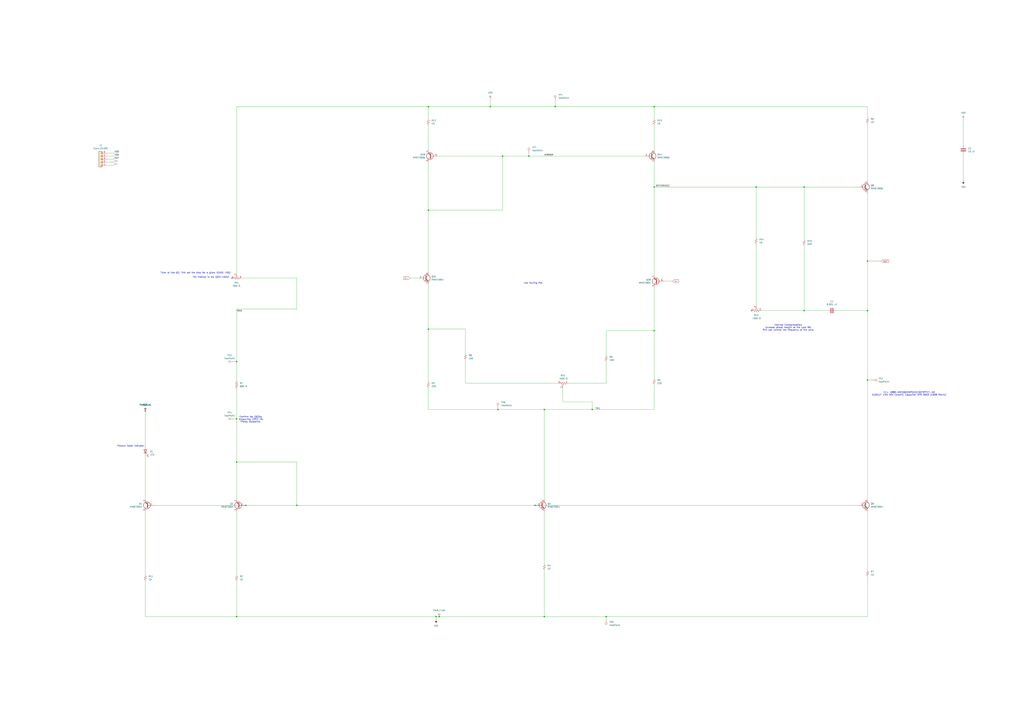
<source format=kicad_sch>
(kicad_sch (version 20231120) (generator "eeschema") (generator_version "8.0")
  (paper "A1")
  (lib_symbols
    (symbol "Connector:TestPoint" (pin_numbers hide) (pin_names (offset 0.762) hide)
      (property "Reference" "TP" (at 0 6.858 0))
      (property "Value" "TestPoint" (at 0 5.08 0))
      (symbol "TestPoint_0_1"
        (circle (center 0 3.302) (radius 0.762))
      )
      (symbol "TestPoint_1_1"
        (pin passive line (at 0 0 90) (length 2.54) (name "1") (number "1"))
      )
    )
    (symbol "Connector_Generic:Conn_01x05" (pin_names (offset 1.016) hide)
      (property "Reference" "J" (at 0 7.62 0))
      (property "Value" "Conn_01x05" (at 0 -7.62 0))
      (symbol "Conn_01x05_1_1"
        (rectangle (start -1.27 -4.953) (end 0 -5.207) (stroke (width 0.1524)))
        (rectangle (start -1.27 -2.413) (end 0 -2.667) (stroke (width 0.1524)))
        (rectangle (start -1.27 0.127) (end 0 -0.127) (stroke (width 0.1524)))
        (rectangle (start -1.27 2.667) (end 0 2.413) (stroke (width 0.1524)))
        (rectangle (start -1.27 5.207) (end 0 4.953) (stroke (width 0.1524)))
        (rectangle (start -1.27 6.35) (end 1.27 -6.35) (stroke (width 0.254)) (fill (type background)))
        (pin passive line (at -5.08 5.08 0) (length 3.81) (name "Pin_1") (number "1"))
        (pin passive line (at -5.08 2.54 0) (length 3.81) (name "Pin_2") (number "2"))
        (pin passive line (at -5.08 0 0) (length 3.81) (name "Pin_3") (number "3"))
        (pin passive line (at -5.08 -2.54 0) (length 3.81) (name "Pin_4") (number "4"))
        (pin passive line (at -5.08 -5.08 0) (length 3.81) (name "Pin_5") (number "5"))
      )
    )
    (symbol "Device:C" (pin_numbers hide) (pin_names (offset 0.254))
      (property "Reference" "C" (at 0.635 2.54 0))
      (property "Value" "C" (at 0.635 -2.54 0))
      (symbol "C_0_1"
        (polyline (pts (xy -2.032 -0.762) (xy 2.032 -0.762)) (stroke (width 0.508)))
        (polyline (pts (xy -2.032 0.762) (xy 2.032 0.762)) (stroke (width 0.508)))
      )
      (symbol "C_1_1"
        (pin passive line (at 0 3.81 270) (length 2.794) (name "~") (number "1"))
        (pin passive line (at 0 -3.81 90) (length 2.794) (name "~") (number "2"))
      )
    )
    (symbol "Device:LED" (pin_numbers hide) (pin_names (offset 1.016) hide)
      (property "Reference" "D" (at 0 2.54 0))
      (property "Value" "LED" (at 0 -2.54 0))
      (symbol "LED_0_1"
        (polyline (pts (xy -1.27 -1.27) (xy -1.27 1.27)) (stroke (width 0.254)))
        (polyline (pts (xy -1.27 0) (xy 1.27 0)))
        (polyline (pts (xy 1.27 -1.27) (xy 1.27 1.27) (xy -1.27 0) (xy 1.27 -1.27)) (stroke (width 0.254)))
        (polyline (pts (xy -3.048 -0.762) (xy -4.572 -2.286) (xy -3.81 -2.286) (xy -4.572 -2.286) (xy -4.572 -1.524)))
        (polyline (pts (xy -1.778 -0.762) (xy -3.302 -2.286) (xy -2.54 -2.286) (xy -3.302 -2.286) (xy -3.302 -1.524)))
      )
      (symbol "LED_1_1"
        (pin passive line (at -3.81 0 0) (length 2.54) (name "K") (number "1"))
        (pin passive line (at 3.81 0 180) (length 2.54) (name "A") (number "2"))
      )
    )
    (symbol "Device:R_Potentiometer_Trim_US" (pin_names (offset 1.016) hide)
      (property "Reference" "RV" (at -4.445 0 90))
      (property "Value" "R_Potentiometer_Trim_US" (at -2.54 0 90))
      (symbol "R_Potentiometer_Trim_US_0_1"
        (polyline (pts (xy 0 -2.286) (xy 0 -2.54)))
        (polyline (pts (xy 0 2.286) (xy 0 2.54)))
        (polyline (pts (xy 1.524 0.762) (xy 1.524 -0.762)))
        (polyline (pts (xy 2.54 0) (xy 1.524 0)))
        (polyline (pts (xy 0 -0.762) (xy 1.016 -1.143) (xy 0 -1.524) (xy -1.016 -1.905) (xy 0 -2.286)))
        (polyline (pts (xy 0 0.762) (xy 1.016 0.381) (xy 0 0) (xy -1.016 -0.381) (xy 0 -0.762)))
        (polyline (pts (xy 0 2.286) (xy 1.016 1.905) (xy 0 1.524) (xy -1.016 1.143) (xy 0 0.762)))
      )
      (symbol "R_Potentiometer_Trim_US_1_1"
        (pin passive line (at 0 3.81 270) (length 1.27) (name "1") (number "1"))
        (pin passive line (at 3.81 0 180) (length 1.27) (name "2") (number "2"))
        (pin passive line (at 0 -3.81 90) (length 1.27) (name "3") (number "3"))
      )
    )
    (symbol "Device:R_Small_US" (pin_numbers hide) (pin_names (offset 0.254) hide)
      (property "Reference" "R" (at 0.762 0.508 0))
      (property "Value" "R_Small_US" (at 0.762 -1.016 0))
      (symbol "R_Small_US_1_1"
        (polyline (pts (xy 0 0) (xy 1.016 -0.381) (xy 0 -0.762) (xy -1.016 -1.143) (xy 0 -1.524)))
        (polyline (pts (xy 0 1.524) (xy 1.016 1.143) (xy 0 0.762) (xy -1.016 0.381) (xy 0 0)))
        (pin passive line (at 0 2.54 270) (length 1.016) (name "~") (number "1"))
        (pin passive line (at 0 -2.54 90) (length 1.016) (name "~") (number "2"))
      )
    )
    (symbol "Device:R_US" (pin_numbers hide) (pin_names (offset 0))
      (property "Reference" "R" (at 2.54 0 90))
      (property "Value" "R_US" (at -2.54 0 90))
      (symbol "R_US_0_1"
        (polyline (pts (xy 0 -2.286) (xy 0 -2.54)))
        (polyline (pts (xy 0 2.286) (xy 0 2.54)))
        (polyline (pts (xy 0 -0.762) (xy 1.016 -1.143) (xy 0 -1.524) (xy -1.016 -1.905) (xy 0 -2.286)))
        (polyline (pts (xy 0 0.762) (xy 1.016 0.381) (xy 0 0) (xy -1.016 -0.381) (xy 0 -0.762)))
        (polyline (pts (xy 0 2.286) (xy 1.016 1.905) (xy 0 1.524) (xy -1.016 1.143) (xy 0 0.762)))
      )
      (symbol "R_US_1_1"
        (pin passive line (at 0 3.81 270) (length 1.27) (name "~") (number "1"))
        (pin passive line (at 0 -3.81 90) (length 1.27) (name "~") (number "2"))
      )
    )
    (symbol "Transistor_BJT:MMBT3904" (pin_names (offset 0) hide)
      (property "Reference" "Q" (at 5.08 1.905 0))
      (property "Value" "MMBT3904" (at 5.08 0 0))
      (symbol "MMBT3904_0_1"
        (polyline (pts (xy 0.635 0.635) (xy 2.54 2.54)))
        (polyline (pts (xy 0.635 -0.635) (xy 2.54 -2.54) (xy 2.54 -2.54)))
        (polyline (pts (xy 0.635 1.905) (xy 0.635 -1.905) (xy 0.635 -1.905)) (stroke (width 0.508)))
        (polyline (pts (xy 1.27 -1.778) (xy 1.778 -1.27) (xy 2.286 -2.286) (xy 1.27 -1.778) (xy 1.27 -1.778)) (fill (type outline)))
        (circle (center 1.27 0) (radius 2.8194) (stroke (width 0.254)))
      )
      (symbol "MMBT3904_1_1"
        (pin input line (at -5.08 0 0) (length 5.715) (name "B") (number "1"))
        (pin passive line (at 2.54 -5.08 90) (length 2.54) (name "E") (number "2"))
        (pin passive line (at 2.54 5.08 270) (length 2.54) (name "C") (number "3"))
      )
    )
    (symbol "Transistor_BJT:MMBT3906" (pin_names (offset 0) hide)
      (property "Reference" "Q" (at 5.08 1.905 0))
      (property "Value" "MMBT3906" (at 5.08 0 0))
      (symbol "MMBT3906_0_1"
        (polyline (pts (xy 0.635 0.635) (xy 2.54 2.54)))
        (polyline (pts (xy 0.635 -0.635) (xy 2.54 -2.54) (xy 2.54 -2.54)))
        (polyline (pts (xy 0.635 1.905) (xy 0.635 -1.905) (xy 0.635 -1.905)) (stroke (width 0.508)))
        (polyline (pts (xy 2.286 -1.778) (xy 1.778 -2.286) (xy 1.27 -1.27) (xy 2.286 -1.778) (xy 2.286 -1.778)) (fill (type outline)))
        (circle (center 1.27 0) (radius 2.8194) (stroke (width 0.254)))
      )
      (symbol "MMBT3906_1_1"
        (pin input line (at -5.08 0 0) (length 5.715) (name "B") (number "1"))
        (pin passive line (at 2.54 -5.08 90) (length 2.54) (name "E") (number "2"))
        (pin passive line (at 2.54 5.08 270) (length 2.54) (name "C") (number "3"))
      )
    )
    (symbol "Transistor_BJT:MMDT3904" (pin_names (offset 0) hide)
      (property "Reference" "Q" (at 5.08 1.27 0))
      (property "Value" "MMDT3904" (at 5.08 -1.27 0))
      (symbol "MMDT3904_0_1"
        (polyline (pts (xy 0.635 0) (xy -2.54 0)))
        (polyline (pts (xy 0.635 0.635) (xy 2.54 2.54)))
        (polyline (pts (xy 0.635 -0.635) (xy 2.54 -2.54) (xy 2.54 -2.54)))
        (polyline (pts (xy 0.635 1.905) (xy 0.635 -1.905) (xy 0.635 -1.905)) (stroke (width 0.508)))
        (polyline (pts (xy 1.27 -1.778) (xy 1.778 -1.27) (xy 2.286 -2.286) (xy 1.27 -1.778) (xy 1.27 -1.778)) (fill (type outline)))
        (circle (center 1.27 0) (radius 2.8194) (stroke (width 0.254)))
      )
      (symbol "MMDT3904_1_1"
        (pin passive line (at 2.54 -5.08 90) (length 2.54) (name "E1") (number "1"))
        (pin input line (at -5.08 0 0) (length 2.54) (name "B1") (number "2"))
        (pin passive line (at 2.54 5.08 270) (length 2.54) (name "C1") (number "6"))
      )
      (symbol "MMDT3904_2_1"
        (pin passive line (at 2.54 5.08 270) (length 2.54) (name "C2") (number "3"))
        (pin passive line (at 2.54 -5.08 90) (length 2.54) (name "E2") (number "4"))
        (pin input line (at -5.08 0 0) (length 2.54) (name "B2") (number "5"))
      )
    )
    (symbol "Transistor_BJT:MMDT3906" (pin_names (offset 0) hide)
      (property "Reference" "Q" (at 5.08 1.27 0))
      (property "Value" "MMDT3906" (at 5.08 -1.27 0))
      (symbol "MMDT3906_0_1"
        (polyline (pts (xy 0.635 0) (xy -2.54 0)))
        (polyline (pts (xy 0.635 0.635) (xy 2.54 2.54)))
        (polyline (pts (xy 0.635 -0.635) (xy 2.54 -2.54) (xy 2.54 -2.54)))
        (polyline (pts (xy 0.635 1.905) (xy 0.635 -1.905) (xy 0.635 -1.905)) (stroke (width 0.508)))
        (polyline (pts (xy 2.286 -1.778) (xy 1.778 -2.286) (xy 1.27 -1.27) (xy 2.286 -1.778) (xy 2.286 -1.778)) (fill (type outline)))
        (circle (center 1.27 0) (radius 2.8194) (stroke (width 0.254)))
      )
      (symbol "MMDT3906_1_1"
        (pin passive line (at 2.54 -5.08 90) (length 2.54) (name "E1") (number "1"))
        (pin input line (at -5.08 0 0) (length 2.54) (name "B1") (number "2"))
        (pin passive line (at 2.54 5.08 270) (length 2.54) (name "C1") (number "6"))
      )
      (symbol "MMDT3906_2_1"
        (pin passive line (at 2.54 5.08 270) (length 2.54) (name "C2") (number "3"))
        (pin passive line (at 2.54 -5.08 90) (length 2.54) (name "E2") (number "4"))
        (pin input line (at -5.08 0 0) (length 2.54) (name "B2") (number "5"))
      )
    )
    (symbol "power:PWR_FLAG" (power) (pin_numbers hide) (pin_names (offset 0) hide)
      (property "Value" "PWR_FLAG" (at 0 3.81 0))
      (symbol "PWR_FLAG_0_0"
        (pin power_out line (at 0 0 90) (length 0) (name "~") (number "1"))
      )
      (symbol "PWR_FLAG_0_1"
        (polyline (pts (xy 0 0) (xy 0 1.27) (xy -1.016 1.905) (xy 0 2.54) (xy 1.016 1.905) (xy 0 1.27)))
      )
    )
    (symbol "power:VDD" (power) (pin_numbers hide) (pin_names (offset 0) hide)
      (property "Value" "VDD" (at 0 3.556 0))
      (symbol "VDD_0_1"
        (polyline (pts (xy -0.762 1.27) (xy 0 2.54)))
        (polyline (pts (xy 0 0) (xy 0 2.54)))
        (polyline (pts (xy 0 2.54) (xy 0.762 1.27)))
      )
      (symbol "VDD_1_1"
        (pin power_in line (at 0 0 90) (length 0) (name "~") (number "1"))
      )
    )
    (symbol "power:VSS" (power) (pin_numbers hide) (pin_names (offset 0) hide)
      (property "Value" "VSS" (at 0 3.556 0))
      (symbol "VSS_0_1"
        (polyline (pts (xy 0 0) (xy 0 2.54)))
        (polyline (pts (xy 0.762 1.27) (xy -0.762 1.27) (xy 0 2.54) (xy 0.762 1.27)) (fill (type outline)))
      )
      (symbol "VSS_1_1"
        (pin power_in line (at 0 0 90) (length 0) (name "~") (number "1"))
      )
    )
  )
  (junction (at 194.31 344.17))
  (junction (at 351.79 87.63))
  (junction (at 351.79 172.72))
  (junction (at 194.31 506.73))
  (junction (at 243.84 415.29))
  (junction (at 447.04 506.73))
  (junction (at 412.75 128.27))
  (junction (at 447.04 336.55))
  (junction (at 486.41 336.55))
  (junction (at 660.4 255.27))
  (junction (at 201.93 415.29))
  (junction (at 360.68 506.73))
  (junction (at 537.21 153.67))
  (junction (at 660.4 153.67))
  (junction (at 621.03 153.67))
  (junction (at 537.21 87.63))
  (junction (at 358.14 506.73))
  (junction (at 194.31 379.73))
  (junction (at 537.21 271.78))
  (junction (at 402.59 87.63))
  (junction (at 712.47 255.27))
  (junction (at 351.79 270.51))
  (junction (at 497.84 506.73))
  (junction (at 408.94 336.55))
  (junction (at 194.31 297.18))
  (junction (at 439.42 415.29))
  (junction (at 434.34 128.27))
  (junction (at 712.47 214.63))
  (junction (at 712.47 312.42))
  (junction (at 119.38 337.82))
  (junction (at 455.93 87.63))
  (no_connect (at 190.5 228.6))
  (no_connect (at 617.22 255.27))
  (wire (pts (xy 119.38 374.65) (xy 119.38 410.21)))
  (wire (pts (xy 351.79 87.63) (xy 194.31 87.63)))
  (wire (pts (xy 194.31 254) (xy 194.31 297.18)))
  (wire (pts (xy 243.84 254) (xy 194.31 254)))
  (wire (pts (xy 194.31 420.37) (xy 194.31 472.44)))
  (wire (pts (xy 243.84 415.29) (xy 439.42 415.29)))
  (wire (pts (xy 194.31 320.04) (xy 194.31 344.17)))
  (wire (pts (xy 621.03 153.67) (xy 621.03 195.58)))
  (wire (pts (xy 791.21 127) (xy 791.21 148.59)))
  (wire (pts (xy 194.31 379.73) (xy 243.84 379.73)))
  (wire (pts (xy 462.28 330.2) (xy 486.41 330.2)))
  (wire (pts (xy 402.59 87.63) (xy 351.79 87.63)))
  (wire (pts (xy 497.84 292.1) (xy 497.84 271.78)))
  (wire (pts (xy 660.4 201.93) (xy 660.4 255.27)))
  (wire (pts (xy 194.31 87.63) (xy 194.31 224.79)))
  (wire (pts (xy 198.12 228.6) (xy 243.84 228.6)))
  (wire (pts (xy 434.34 128.27) (xy 529.59 128.27)))
  (wire (pts (xy 201.93 415.29) (xy 243.84 415.29)))
  (wire (pts (xy 447.04 336.55) (xy 447.04 410.21)))
  (wire (pts (xy 660.4 153.67) (xy 704.85 153.67)))
  (wire (pts (xy 712.47 148.59) (xy 712.47 101.6)))
  (wire (pts (xy 351.79 336.55) (xy 408.94 336.55)))
  (wire (pts (xy 351.79 318.77) (xy 351.79 336.55)))
  (wire (pts (xy 243.84 379.73) (xy 243.84 415.29)))
  (wire (pts (xy 497.84 509.27) (xy 497.84 506.73)))
  (wire (pts (xy 119.38 337.82) (xy 119.38 367.03)))
  (wire (pts (xy 447.04 420.37) (xy 447.04 463.55)))
  (wire (pts (xy 408.94 335.28) (xy 408.94 336.55)))
  (wire (pts (xy 537.21 153.67) (xy 537.21 133.35)))
  (wire (pts (xy 191.77 344.17) (xy 194.31 344.17)))
  (wire (pts (xy 382.27 295.91) (xy 382.27 314.96)))
  (wire (pts (xy 194.31 297.18) (xy 194.31 312.42)))
  (wire (pts (xy 712.47 410.21) (xy 712.47 312.42)))
  (wire (pts (xy 358.14 509.27) (xy 358.14 506.73)))
  (wire (pts (xy 486.41 336.55) (xy 537.21 336.55)))
  (wire (pts (xy 191.77 297.18) (xy 194.31 297.18)))
  (wire (pts (xy 712.47 214.63) (xy 712.47 158.75)))
  (wire (pts (xy 336.55 228.6) (xy 344.17 228.6)))
  (wire (pts (xy 537.21 87.63) (xy 455.93 87.63)))
  (wire (pts (xy 382.27 314.96) (xy 458.47 314.96)))
  (wire (pts (xy 87.63 135.89) (xy 93.98 135.89)))
  (wire (pts (xy 127 415.29) (xy 201.93 415.29)))
  (wire (pts (xy 351.79 270.51) (xy 382.27 270.51)))
  (wire (pts (xy 537.21 123.19) (xy 537.21 102.87)))
  (wire (pts (xy 412.75 172.72) (xy 412.75 128.27)))
  (wire (pts (xy 351.79 133.35) (xy 351.79 172.72)))
  (wire (pts (xy 712.47 255.27) (xy 712.47 214.63)))
  (wire (pts (xy 434.34 125.73) (xy 434.34 128.27)))
  (wire (pts (xy 712.47 312.42) (xy 712.47 255.27)))
  (wire (pts (xy 447.04 336.55) (xy 486.41 336.55)))
  (wire (pts (xy 119.38 477.52) (xy 119.38 506.73)))
  (wire (pts (xy 439.42 415.29) (xy 704.85 415.29)))
  (wire (pts (xy 351.79 233.68) (xy 351.79 270.51)))
  (wire (pts (xy 351.79 87.63) (xy 351.79 97.79)))
  (wire (pts (xy 712.47 214.63) (xy 723.9 214.63)))
  (wire (pts (xy 87.63 130.81) (xy 93.98 130.81)))
  (wire (pts (xy 243.84 228.6) (xy 243.84 254)))
  (wire (pts (xy 351.79 172.72) (xy 412.75 172.72)))
  (wire (pts (xy 194.31 344.17) (xy 194.31 379.73)))
  (wire (pts (xy 87.63 133.35) (xy 93.98 133.35)))
  (wire (pts (xy 408.94 336.55) (xy 447.04 336.55)))
  (wire (pts (xy 447.04 468.63) (xy 447.04 506.73)))
  (wire (pts (xy 716.28 312.42) (xy 712.47 312.42)))
  (wire (pts (xy 624.84 255.27) (xy 660.4 255.27)))
  (wire (pts (xy 359.41 128.27) (xy 412.75 128.27)))
  (wire (pts (xy 455.93 87.63) (xy 402.59 87.63)))
  (wire (pts (xy 537.21 271.78) (xy 537.21 236.22)))
  (wire (pts (xy 537.21 336.55) (xy 537.21 316.23)))
  (wire (pts (xy 194.31 506.73) (xy 358.14 506.73)))
  (wire (pts (xy 621.03 200.66) (xy 621.03 251.46)))
  (wire (pts (xy 486.41 330.2) (xy 486.41 336.55)))
  (wire (pts (xy 537.21 97.79) (xy 537.21 87.63)))
  (wire (pts (xy 119.38 420.37) (xy 119.38 472.44)))
  (wire (pts (xy 497.84 314.96) (xy 497.84 297.18)))
  (wire (pts (xy 791.21 97.79) (xy 791.21 119.38)))
  (wire (pts (xy 351.79 172.72) (xy 351.79 223.52)))
  (wire (pts (xy 621.03 153.67) (xy 660.4 153.67)))
  (wire (pts (xy 412.75 128.27) (xy 434.34 128.27)))
  (wire (pts (xy 194.31 379.73) (xy 194.31 410.21)))
  (wire (pts (xy 455.93 82.55) (xy 455.93 87.63)))
  (wire (pts (xy 358.14 506.73) (xy 360.68 506.73)))
  (wire (pts (xy 537.21 311.15) (xy 537.21 271.78)))
  (wire (pts (xy 351.79 270.51) (xy 351.79 313.69)))
  (wire (pts (xy 87.63 125.73) (xy 93.98 125.73)))
  (wire (pts (xy 712.47 506.73) (xy 712.47 473.71)))
  (wire (pts (xy 382.27 270.51) (xy 382.27 290.83)))
  (wire (pts (xy 466.09 314.96) (xy 497.84 314.96)))
  (wire (pts (xy 119.38 506.73) (xy 194.31 506.73)))
  (wire (pts (xy 544.83 231.14) (xy 552.45 231.14)))
  (wire (pts (xy 712.47 87.63) (xy 537.21 87.63)))
  (wire (pts (xy 712.47 468.63) (xy 712.47 420.37)))
  (wire (pts (xy 497.84 271.78) (xy 537.21 271.78)))
  (wire (pts (xy 351.79 102.87) (xy 351.79 123.19)))
  (wire (pts (xy 537.21 226.06) (xy 537.21 153.67)))
  (wire (pts (xy 497.84 506.73) (xy 712.47 506.73)))
  (wire (pts (xy 687.07 255.27) (xy 712.47 255.27)))
  (wire (pts (xy 87.63 128.27) (xy 93.98 128.27)))
  (wire (pts (xy 537.21 153.67) (xy 621.03 153.67)))
  (wire (pts (xy 194.31 477.52) (xy 194.31 506.73)))
  (wire (pts (xy 462.28 318.77) (xy 462.28 330.2)))
  (wire (pts (xy 660.4 153.67) (xy 660.4 196.85)))
  (wire (pts (xy 660.4 255.27) (xy 679.45 255.27)))
  (wire (pts (xy 712.47 96.52) (xy 712.47 87.63)))
  (wire (pts (xy 447.04 506.73) (xy 497.84 506.73)))
  (wire (pts (xy 360.68 506.73) (xy 447.04 506.73)))
  (wire (pts (xy 402.59 81.28) (xy 402.59 87.63)))
  (text "The intetion is Ids (Q2)=10mA" (at 172.974 227.838 0) (effects (font (size 1.27 1.27))))
  (text "TUne Id into Q2. This set the bias for a given V(VDD, VSS)" (at 160.528 224.282 0) (effects (font (size 1.27 1.27))))
  (text "Confirm Ids (Q2)by\nmeasuring V(R1) via\nTPbias testpoints " (at 205.994 344.678 0) (effects (font (size 1.27 1.27))))
  (text "Powewr Good Indicator" (at 107.442 366.522 0) (effects (font (size 1.27 1.27))))
  (text "Vos Nulling Pot" (at 437.896 232.664 0) (effects (font (size 1.27 1.27))))
  (text "C1= 4988-NMC0603NP0102J50TRPFCT-ND\n0.001uF ±5% 50V Ceramic Capacitor NP0 0603 (1608 Metric)" (at 746.76 323.596 0) (effects (font (size 1.27 1.27))))
  (text "Internal Compenstation:\nIncrease phase margin at the cost BW.\nRV3 can control the frequency of the zero." (at 647.446 269.24 0) (effects (font (size 1.27 1.27))))
  (label "V-" (at 93.98 135.89 0))
  (label "MIRROR" (at 447.04 128.27 0))
  (label "VDD" (at 93.98 125.73 0))
  (label "TAIL" (at 488.95 336.55 0))
  (label "OUT" (at 93.98 130.81 0))
  (label "V+" (at 93.98 133.35 0))
  (label "DIFFERENCE" (at 538.48 153.67 0))
  (label "TRIM" (at 194.31 256.54 0))
  (label "VSS" (at 93.98 128.27 0))
  (global_label "V+" (shape input) (at 552.45 231.14 0) (property "Intersheetrefs" "${INTERSHEET_REFS}" (effects (hide yes))))
  (global_label "OUT" (shape input) (at 723.9 214.63 0) (property "Intersheetrefs" "${INTERSHEET_REFS}" (effects (hide yes))))
  (global_label "V-" (shape input) (at 336.55 228.6 180) (property "Intersheetrefs" "${INTERSHEET_REFS}" (effects (hide yes))))
  (symbol (lib_id "Device:R_Small_US") (at 497.84 294.64 0) (unit 1)
    (property "Reference" "R9" (at 500.38 293.3699 0) (effects (justify left)))
    (property "Value" "100" (at 500.38 295.9099 0) (effects (justify left)))
    (property "Footprint" "Resistor_SMD:R_0603_1608Metric_Pad0.98x0.95mm_HandSolder" (effects (hide yes)))
    (property "Description" "Resistor, small US symbol" (effects (hide yes)))
  )
  (symbol (lib_id "Device:R_US") (at 194.31 316.23 0) (unit 1)
    (property "Reference" "R1" (at 196.85 314.9599 0) (effects (justify left)))
    (property "Value" "680 Ω" (at 196.85 317.4999 0) (effects (justify left)))
    (property "Footprint" "Resistor_SMD:R_0603_1608Metric_Pad0.98x0.95mm_HandSolder" (effects (hide yes)))
    (property "Description" "Resistor, US symbol" (effects (hide yes)))
  )
  (symbol (lib_id "Connector:TestPoint") (at 497.84 509.27 180) (unit 1)
    (property "Reference" "TP5" (at 500.38 511.3019 0) (effects (justify right)))
    (property "Value" "TestPoint" (at 500.38 513.8419 0) (effects (justify right)))
    (property "Footprint" "TestPoint:TestPoint_Pad_1.5x1.5mm" (effects (hide yes)))
    (property "Description" "test point" (effects (hide yes)))
  )
  (symbol (lib_id "Connector:TestPoint") (at 716.28 312.42 270) (unit 1)
    (property "Reference" "TP2" (at 721.36 311.1499 90) (effects (justify left)))
    (property "Value" "TestPoint" (at 721.36 313.6899 90) (effects (justify left)))
    (property "Footprint" "TestPoint:TestPoint_Pad_1.5x1.5mm" (effects (hide yes)))
    (property "Description" "test point" (effects (hide yes)))
  )
  (symbol (lib_id "Connector:TestPoint") (at 191.77 297.18 90) (unit 1)
    (property "Reference" "TP3" (at 188.468 292.1 90))
    (property "Value" "TestPoint" (at 188.468 294.64 90))
    (property "Footprint" "TestPoint:TestPoint_Pad_1.5x1.5mm" (effects (hide yes)))
    (property "Description" "test point" (effects (hide yes)))
  )
  (symbol (lib_id "Device:R_Small_US") (at 119.38 474.98 0) (unit 1)
    (property "Reference" "R11" (at 121.92 473.7099 0) (effects (justify left)))
    (property "Value" "10" (at 121.92 476.2499 0) (effects (justify left)))
    (property "Footprint" "Resistor_SMD:R_0603_1608Metric_Pad0.98x0.95mm_HandSolder" (effects (hide yes)))
    (property "Description" "Resistor, small US symbol" (effects (hide yes)))
  )
  (symbol (lib_id "Transistor_BJT:MMBT3906") (at 709.93 153.67 0) (unit 1)
    (property "Reference" "Q8" (at 715.01 152.3999 0) (effects (justify left)))
    (property "Value" "MMBT3906" (at 715.01 154.9399 0) (effects (justify left)))
    (property "Footprint" "Package_TO_SOT_SMD:SOT-23_Handsoldering" (effects (hide yes)))
    (property "Datasheet" "https://www.onsemi.com/pdf/datasheet/pzt3906-d.pdf" (effects (hide yes)))
    (property "Description" "-0.2A Ic, -40V Vce, Small Signal PNP Transistor, SOT-23" (effects (hide yes)))
  )
  (symbol (lib_id "Transistor_BJT:MMBT3904") (at 444.5 415.29 0) (unit 1)
    (property "Reference" "Q5" (at 449.58 414.0199 0) (effects (justify left)))
    (property "Value" "MMBT3904" (at 449.58 416.5599 0) (effects (justify left)))
    (property "Footprint" "Package_TO_SOT_SMD:SOT-23_Handsoldering" (effects (hide yes)))
    (property "Datasheet" "https://www.onsemi.com/pdf/datasheet/pzt3904-d.pdf" (effects (hide yes)))
    (property "Description" "0.2A Ic, 40V Vce, Small Signal NPN Transistor, SOT-23" (effects (hide yes)))
  )
  (symbol (lib_id "Device:R_Small_US") (at 194.31 474.98 0) (unit 1)
    (property "Reference" "R2" (at 196.85 473.7099 0) (effects (justify left)))
    (property "Value" "10" (at 196.85 476.2499 0) (effects (justify left)))
    (property "Footprint" "Resistor_SMD:R_0603_1608Metric_Pad0.98x0.95mm_HandSolder" (effects (hide yes)))
    (property "Description" "Resistor, small US symbol" (effects (hide yes)))
  )
  (symbol (lib_id "power:PWR_FLAG") (at 360.68 506.73 0) (unit 1)
    (property "Reference" "#FLG02" (effects (hide yes)))
    (property "Value" "PWR_FLAG" (at 360.68 501.65 0))
    (property "Description" "Special symbol for telling ERC where power comes from" (effects (hide yes)))
  )
  (symbol (lib_id "Device:R_Small_US") (at 537.21 100.33 0) (unit 1)
    (property "Reference" "R13" (at 539.75 99.0599 0) (effects (justify left)))
    (property "Value" "10" (at 539.75 101.5999 0) (effects (justify left)))
    (property "Footprint" "Resistor_SMD:R_0603_1608Metric_Pad0.98x0.95mm_HandSolder" (effects (hide yes)))
    (property "Description" "Resistor, small US symbol" (effects (hide yes)))
  )
  (symbol (lib_id "Connector:TestPoint") (at 191.77 344.17 90) (unit 1)
    (property "Reference" "TP4" (at 188.468 339.09 90))
    (property "Value" "TestPoint" (at 188.468 341.63 90))
    (property "Footprint" "TestPoint:TestPoint_Pad_1.5x1.5mm" (effects (hide yes)))
    (property "Description" "test point" (effects (hide yes)))
  )
  (symbol (lib_id "Connector:TestPoint") (at 408.94 335.28 0) (unit 1)
    (property "Reference" "TP6" (at 411.48 330.7079 0) (effects (justify left)))
    (property "Value" "TestPoint" (at 411.48 333.2479 0) (effects (justify left)))
    (property "Footprint" "TestPoint:TestPoint_Pad_1.5x1.5mm" (effects (hide yes)))
    (property "Description" "test point" (effects (hide yes)))
  )
  (symbol (lib_id "power:VDD") (at 402.59 81.28 0) (unit 1)
    (property "Reference" "#PWR03" (effects (hide yes)))
    (property "Value" "VDD" (at 402.59 76.2 0))
    (property "Description" "Power symbol creates a global label with name \"VDD\"" (effects (hide yes)))
  )
  (symbol (lib_id "Transistor_BJT:MMBT3904") (at 121.92 415.29 180) (unit 1)
    (property "Reference" "Q1" (at 116.84 414.0199 0) (effects (justify left)))
    (property "Value" "MMBT3904" (at 116.84 416.5599 0) (effects (justify left)))
    (property "Footprint" "Package_TO_SOT_SMD:SOT-23_Handsoldering" (effects (hide yes)))
    (property "Datasheet" "https://www.onsemi.com/pdf/datasheet/pzt3904-d.pdf" (effects (hide yes)))
    (property "Description" "0.2A Ic, 40V Vce, Small Signal NPN Transistor, SOT-23" (effects (hide yes)))
  )
  (symbol (lib_id "Device:R_Small_US") (at 351.79 316.23 0) (unit 1)
    (property "Reference" "R3" (at 354.33 314.9599 0) (effects (justify left)))
    (property "Value" "220" (at 354.33 317.4999 0) (effects (justify left)))
    (property "Footprint" "Resistor_SMD:R_0603_1608Metric_Pad0.98x0.95mm_HandSolder" (effects (hide yes)))
    (property "Description" "Resistor, small US symbol" (effects (hide yes)))
  )
  (symbol (lib_id "Transistor_BJT:MMDT3906") (at 534.67 128.27 0) (unit 1)
    (property "Reference" "Q4" (at 539.75 126.9999 0) (effects (justify left)))
    (property "Value" "MMDT3906" (at 539.75 129.5399 0) (effects (justify left)))
    (property "Footprint" "Package_TO_SOT_SMD:SOT-363_SC-70-6_Handsoldering" (effects (hide yes)))
    (property "Datasheet" "http://www.diodes.com/_files/datasheets/ds30124.pdf" (effects (hide yes)))
    (property "Description" "200mA IC, 40V Vce, Dual PNP/PNP Transistors, SOT-363" (effects (hide yes)))
  )
  (symbol (lib_id "power:VSS") (at 791.21 148.59 180) (unit 1)
    (property "Reference" "#PWR05" (effects (hide yes)))
    (property "Value" "VSS" (at 791.21 153.67 0))
    (property "Description" "Power symbol creates a global label with name \"VSS\"" (effects (hide yes)))
  )
  (symbol (lib_id "power:VDD") (at 791.21 97.79 0) (unit 1)
    (property "Reference" "#PWR04" (effects (hide yes)))
    (property "Value" "VDD" (at 791.21 92.71 0))
    (property "Description" "Power symbol creates a global label with name \"VDD\"" (effects (hide yes)))
  )
  (symbol (lib_id "Device:R_Small_US") (at 537.21 313.69 0) (unit 1)
    (property "Reference" "R5" (at 539.75 312.4199 0) (effects (justify left)))
    (property "Value" "220" (at 539.75 314.9599 0) (effects (justify left)))
    (property "Footprint" "Resistor_SMD:R_0603_1608Metric_Pad0.98x0.95mm_HandSolder" (effects (hide yes)))
    (property "Description" "Resistor, small US symbol" (effects (hide yes)))
  )
  (symbol (lib_id "Connector:TestPoint") (at 455.93 82.55 0) (unit 1)
    (property "Reference" "TP1" (at 458.47 77.9779 0) (effects (justify left)))
    (property "Value" "TestPoint" (at 458.47 80.5179 0) (effects (justify left)))
    (property "Footprint" "TestPoint:TestPoint_Pad_1.5x1.5mm" (effects (hide yes)))
    (property "Description" "test point" (effects (hide yes)))
  )
  (symbol (lib_id "Device:R_Small_US") (at 447.04 466.09 0) (unit 1)
    (property "Reference" "R4" (at 449.58 464.8199 0) (effects (justify left)))
    (property "Value" "10" (at 449.58 467.3599 0) (effects (justify left)))
    (property "Footprint" "Resistor_SMD:R_0603_1608Metric_Pad0.98x0.95mm_HandSolder" (effects (hide yes)))
    (property "Description" "Resistor, small US symbol" (effects (hide yes)))
  )
  (symbol (lib_id "Transistor_BJT:MMBT3904") (at 196.85 415.29 180) (unit 1)
    (property "Reference" "Q2" (at 191.77 414.0199 0) (effects (justify left)))
    (property "Value" "MMBT3904" (at 191.77 416.5599 0) (effects (justify left)))
    (property "Footprint" "Package_TO_SOT_SMD:SOT-23_Handsoldering" (effects (hide yes)))
    (property "Datasheet" "https://www.onsemi.com/pdf/datasheet/pzt3904-d.pdf" (effects (hide yes)))
    (property "Description" "0.2A Ic, 40V Vce, Small Signal NPN Transistor, SOT-23" (effects (hide yes)))
  )
  (symbol (lib_id "Transistor_BJT:MMDT3906") (at 354.33 128.27 180) (unit 2)
    (property "Reference" "Q4" (at 349.25 126.9999 0) (effects (justify left)))
    (property "Value" "MMDT3906" (at 349.25 129.5399 0) (effects (justify left)))
    (property "Footprint" "Package_TO_SOT_SMD:SOT-363_SC-70-6_Handsoldering" (effects (hide yes)))
    (property "Datasheet" "http://www.diodes.com/_files/datasheets/ds30124.pdf" (effects (hide yes)))
    (property "Description" "200mA IC, 40V Vce, Dual PNP/PNP Transistors, SOT-363" (effects (hide yes)))
  )
  (symbol (lib_id "Device:R_Potentiometer_Trim_US") (at 462.28 314.96 270) (unit 1)
    (property "Reference" "RV2" (at 462.28 308.61 90))
    (property "Value" "-500 Ω" (at 462.28 311.15 90))
    (property "Footprint" "AAMU Senior Design 2024-25:TRIM_3306F-1-501" (effects (hide yes)))
    (property "Description" "Trim-potentiometer, US symbol" (effects (hide yes)))
  )
  (symbol (lib_id "Device:R_Small_US") (at 351.79 100.33 0) (unit 1)
    (property "Reference" "R12" (at 354.33 99.0599 0) (effects (justify left)))
    (property "Value" "10" (at 354.33 101.5999 0) (effects (justify left)))
    (property "Footprint" "Resistor_SMD:R_0603_1608Metric_Pad0.98x0.95mm_HandSolder" (effects (hide yes)))
    (property "Description" "Resistor, small US symbol" (effects (hide yes)))
  )
  (symbol (lib_id "power:VSS") (at 358.14 509.27 180) (unit 1)
    (property "Reference" "#PWR02" (effects (hide yes)))
    (property "Value" "VSS" (at 358.14 514.35 0))
    (property "Description" "Power symbol creates a global label with name \"VSS\"" (effects (hide yes)))
  )
  (symbol (lib_id "Device:R_Small_US") (at 382.27 293.37 0) (unit 1)
    (property "Reference" "R8" (at 384.81 292.0999 0) (effects (justify left)))
    (property "Value" "100" (at 384.81 294.6399 0) (effects (justify left)))
    (property "Footprint" "Resistor_SMD:R_0603_1608Metric_Pad0.98x0.95mm_HandSolder" (effects (hide yes)))
    (property "Description" "Resistor, small US symbol" (effects (hide yes)))
  )
  (symbol (lib_id "power:VDD") (at 119.38 337.82 0) (unit 1)
    (property "Reference" "#PWR01" (effects (hide yes)))
    (property "Value" "VDD" (at 119.38 332.74 0))
    (property "Description" "Power symbol creates a global label with name \"VDD\"" (effects (hide yes)))
  )
  (symbol (lib_id "Connector:TestPoint") (at 434.34 125.73 0) (unit 1)
    (property "Reference" "TP7" (at 436.88 121.1579 0) (effects (justify left)))
    (property "Value" "TestPoint" (at 436.88 123.6979 0) (effects (justify left)))
    (property "Footprint" "TestPoint:TestPoint_Pad_1.5x1.5mm" (effects (hide yes)))
    (property "Description" "test point" (effects (hide yes)))
  )
  (symbol (lib_id "Device:C") (at 683.26 255.27 90) (unit 1)
    (property "Reference" "C1" (at 683.26 247.65 90))
    (property "Value" "0.001 uF" (at 683.26 250.19 90))
    (property "Footprint" "Capacitor_SMD:C_0603_1608Metric_Pad1.08x0.95mm_HandSolder" (effects (hide yes)))
    (property "Description" "Unpolarized capacitor" (effects (hide yes)))
  )
  (symbol (lib_id "Device:R_Small_US") (at 621.03 198.12 0) (unit 1)
    (property "Reference" "R14" (at 623.57 196.8499 0) (effects (justify left)))
    (property "Value" "10" (at 623.57 199.3899 0) (effects (justify left)))
    (property "Footprint" "Resistor_SMD:R_0603_1608Metric_Pad0.98x0.95mm_HandSolder" (effects (hide yes)))
    (property "Description" "Resistor, small US symbol" (effects (hide yes)))
  )
  (symbol (lib_id "Device:C") (at 791.21 123.19 0) (unit 1)
    (property "Reference" "C2" (at 795.02 121.9199 0) (effects (justify left)))
    (property "Value" "10 uF" (at 795.02 124.4599 0) (effects (justify left)))
    (property "Footprint" "Capacitor_SMD:C_0603_1608Metric_Pad1.08x0.95mm_HandSolder" (effects (hide yes)))
    (property "Description" "Unpolarized capacitor" (effects (hide yes)))
  )
  (symbol (lib_id "power:PWR_FLAG") (at 119.38 337.82 0) (unit 1)
    (property "Reference" "#FLG01" (effects (hide yes)))
    (property "Value" "PWR_FLAG" (at 119.38 332.74 0))
    (property "Description" "Special symbol for telling ERC where power comes from" (effects (hide yes)))
  )
  (symbol (lib_id "Transistor_BJT:MMDT3904") (at 539.75 231.14 180) (unit 2)
    (property "Reference" "Q3" (at 534.67 229.8699 0) (effects (justify left)))
    (property "Value" "MMDT3904" (at 534.67 232.4099 0) (effects (justify left)))
    (property "Footprint" "Package_TO_SOT_SMD:SOT-363_SC-70-6_Handsoldering" (effects (hide yes)))
    (property "Datasheet" "http://www.diodes.com/_files/datasheets/ds30088.pdf" (effects (hide yes)))
    (property "Description" "200mA IC, 40V Vce, Dual NPN/NPN Transistors, SOT-363" (effects (hide yes)))
  )
  (symbol (lib_id "Device:R_Small_US") (at 660.4 199.39 0) (unit 1)
    (property "Reference" "R10" (at 662.94 198.1199 0) (effects (justify left)))
    (property "Value" "DNP" (at 662.94 200.6599 0) (effects (justify left)))
    (property "Footprint" "Resistor_SMD:R_0603_1608Metric_Pad0.98x0.95mm_HandSolder" (effects (hide yes)))
    (property "Description" "Resistor, small US symbol" (effects (hide yes)))
  )
  (symbol (lib_id "Device:LED") (at 119.38 370.84 90) (unit 1)
    (property "Reference" "D1" (at 123.19 371.1574 90) (effects (justify right)))
    (property "Value" "LED" (at 123.19 373.6974 90) (effects (justify right)))
    (property "Footprint" "LED_SMD:LED_0603_1608Metric_Pad1.05x0.95mm_HandSolder" (effects (hide yes)))
    (property "Description" "Light emitting diode" (effects (hide yes)))
  )
  (symbol (lib_id "Connector_Generic:Conn_01x05") (at 82.55 130.81 180) (unit 1)
    (property "Reference" "J1" (at 82.55 119.38 0))
    (property "Value" "Conn_01x05" (at 82.55 121.92 0))
    (property "Footprint" "Connector_PinSocket_2.54mm:PinSocket_1x05_P2.54mm_Horizontal" (effects (hide yes)))
    (property "Description" "Generic connector, single row, 01x05, script generated (kicad-library-utils/schlib/autogen/connector/)" (effects (hide yes)))
  )
  (symbol (lib_id "Device:R_Small_US") (at 712.47 471.17 0) (unit 1)
    (property "Reference" "R7" (at 715.01 469.8999 0) (effects (justify left)))
    (property "Value" "10" (at 715.01 472.4399 0) (effects (justify left)))
    (property "Footprint" "Resistor_SMD:R_0603_1608Metric_Pad0.98x0.95mm_HandSolder" (effects (hide yes)))
    (property "Description" "Resistor, small US symbol" (effects (hide yes)))
  )
  (symbol (lib_id "Device:R_Small_US") (at 712.47 99.06 0) (unit 1)
    (property "Reference" "R6" (at 715.01 97.7899 0) (effects (justify left)))
    (property "Value" "10" (at 715.01 100.3299 0) (effects (justify left)))
    (property "Footprint" "Resistor_SMD:R_0603_1608Metric_Pad0.98x0.95mm_HandSolder" (effects (hide yes)))
    (property "Description" "Resistor, small US symbol" (effects (hide yes)))
  )
  (symbol (lib_id "Transistor_BJT:MMDT3904") (at 349.25 228.6 0) (unit 1)
    (property "Reference" "Q3" (at 354.33 227.3299 0) (effects (justify left)))
    (property "Value" "MMDT3904" (at 354.33 229.8699 0) (effects (justify left)))
    (property "Footprint" "Package_TO_SOT_SMD:SOT-363_SC-70-6_Handsoldering" (effects (hide yes)))
    (property "Datasheet" "http://www.diodes.com/_files/datasheets/ds30088.pdf" (effects (hide yes)))
    (property "Description" "200mA IC, 40V Vce, Dual NPN/NPN Transistors, SOT-363" (effects (hide yes)))
  )
  (symbol (lib_id "Transistor_BJT:MMBT3904") (at 709.93 415.29 0) (unit 1)
    (property "Reference" "Q9" (at 715.01 414.0199 0) (effects (justify left)))
    (property "Value" "MMBT3904" (at 715.01 416.5599 0) (effects (justify left)))
    (property "Footprint" "Package_TO_SOT_SMD:SOT-23_Handsoldering" (effects (hide yes)))
    (property "Datasheet" "https://www.onsemi.com/pdf/datasheet/pzt3904-d.pdf" (effects (hide yes)))
    (property "Description" "0.2A Ic, 40V Vce, Small Signal NPN Transistor, SOT-23" (effects (hide yes)))
  )
  (symbol (lib_id "Device:R_Potentiometer_Trim_US") (at 194.31 228.6 90) (unit 1)
    (property "Reference" "RV1" (at 194.31 232.41 90))
    (property "Value" "500 Ω" (at 194.31 234.95 90))
    (property "Footprint" "AAMU Senior Design 2024-25:TRIM_3306F-1-501" (effects (hide yes)))
    (property "Description" "Trim-potentiometer, US symbol" (effects (hide yes)))
  )
  (symbol (lib_id "Device:R_Potentiometer_Trim_US") (at 621.03 255.27 90) (unit 1)
    (property "Reference" "RV3" (at 621.03 259.08 90))
    (property "Value" "-500 Ω" (at 621.03 261.62 90))
    (property "Footprint" "AAMU Senior Design 2024-25:TRIM_3306F-1-501" (effects (hide yes)))
    (property "Description" "Trim-potentiometer, US symbol" (effects (hide yes)))
  )
)
</source>
